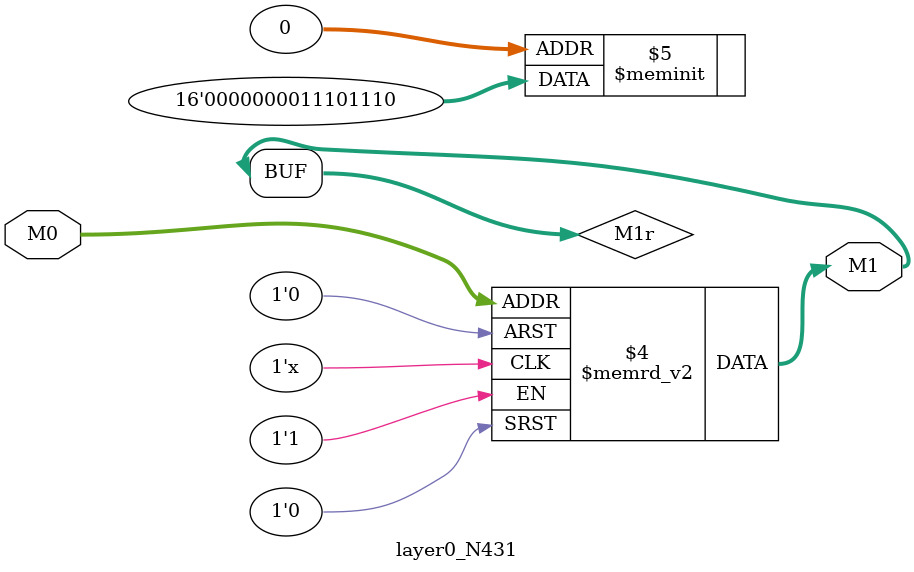
<source format=v>
module layer0_N431 ( input [2:0] M0, output [1:0] M1 );

	(*rom_style = "distributed" *) reg [1:0] M1r;
	assign M1 = M1r;
	always @ (M0) begin
		case (M0)
			3'b000: M1r = 2'b10;
			3'b100: M1r = 2'b00;
			3'b010: M1r = 2'b10;
			3'b110: M1r = 2'b00;
			3'b001: M1r = 2'b11;
			3'b101: M1r = 2'b00;
			3'b011: M1r = 2'b11;
			3'b111: M1r = 2'b00;

		endcase
	end
endmodule

</source>
